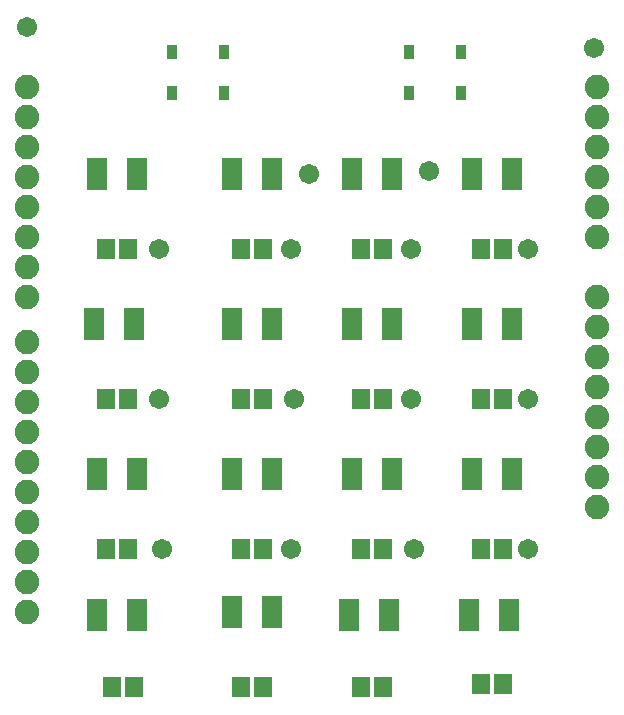
<source format=gbr>
G04 EAGLE Gerber X2 export*
%TF.Part,Single*%
%TF.FileFunction,Soldermask,Top,1*%
%TF.FilePolarity,Negative*%
%TF.GenerationSoftware,Autodesk,EAGLE,9.1.3*%
%TF.CreationDate,2018-12-14T10:31:57Z*%
G75*
%MOMM*%
%FSLAX34Y34*%
%LPD*%
%AMOC8*
5,1,8,0,0,1.08239X$1,22.5*%
G01*
%ADD10R,1.503200X1.803200*%
%ADD11R,1.700000X2.800000*%
%ADD12C,2.082800*%
%ADD13R,0.903200X1.303200*%
%ADD14C,1.703200*%


D10*
X121260Y477520D03*
X102260Y477520D03*
X235560Y223520D03*
X216560Y223520D03*
X337160Y223520D03*
X318160Y223520D03*
X438760Y223520D03*
X419760Y223520D03*
X126340Y106680D03*
X107340Y106680D03*
X235560Y106680D03*
X216560Y106680D03*
X337160Y106680D03*
X318160Y106680D03*
X438760Y109220D03*
X419760Y109220D03*
X235560Y477520D03*
X216560Y477520D03*
X337160Y477520D03*
X318160Y477520D03*
X438760Y477520D03*
X419760Y477520D03*
X121260Y350520D03*
X102260Y350520D03*
X235560Y350520D03*
X216560Y350520D03*
X337160Y350520D03*
X318160Y350520D03*
X438760Y350520D03*
X419760Y350520D03*
X121260Y223520D03*
X102260Y223520D03*
D11*
X94760Y541020D03*
X128760Y541020D03*
X209060Y541020D03*
X243060Y541020D03*
X310660Y541020D03*
X344660Y541020D03*
X412260Y541020D03*
X446260Y541020D03*
X92220Y414020D03*
X126220Y414020D03*
X209060Y414020D03*
X243060Y414020D03*
X310660Y414020D03*
X344660Y414020D03*
X412260Y414020D03*
X446260Y414020D03*
X94760Y287020D03*
X128760Y287020D03*
X209060Y287020D03*
X243060Y287020D03*
X310660Y287020D03*
X344660Y287020D03*
X412260Y287020D03*
X446260Y287020D03*
X94760Y167640D03*
X128760Y167640D03*
X209060Y170180D03*
X243060Y170180D03*
X308120Y167640D03*
X342120Y167640D03*
X409720Y167640D03*
X443720Y167640D03*
D12*
X518160Y309880D03*
X518160Y335280D03*
X518160Y360680D03*
X518160Y386080D03*
X518160Y411480D03*
X518160Y436880D03*
X518160Y487680D03*
X518160Y513080D03*
X518160Y538480D03*
X518160Y563880D03*
X518160Y589280D03*
X518160Y614680D03*
X35560Y614680D03*
X35560Y589280D03*
X35560Y563880D03*
X35560Y538480D03*
X35560Y513080D03*
X35560Y487680D03*
X35560Y462280D03*
X35560Y436880D03*
X35560Y398780D03*
X35560Y373380D03*
X35560Y347980D03*
X35560Y322580D03*
X35560Y297180D03*
X35560Y271780D03*
X35560Y246380D03*
X35560Y220980D03*
X35560Y195580D03*
X35560Y170180D03*
X518160Y284480D03*
X518160Y259080D03*
D13*
X202590Y644880D03*
X202590Y609880D03*
X158090Y609880D03*
X158090Y644880D03*
X358750Y609880D03*
X358750Y644880D03*
X403250Y644880D03*
X403250Y609880D03*
D14*
X147320Y350520D03*
X261620Y350520D03*
X360680Y350520D03*
X459740Y350520D03*
X147320Y477520D03*
X259080Y477520D03*
X360680Y477520D03*
X459740Y477520D03*
X459740Y223520D03*
X149860Y223520D03*
X259080Y223520D03*
X363220Y223520D03*
X274320Y541020D03*
X375920Y543560D03*
X35560Y665480D03*
X515620Y647700D03*
M02*

</source>
